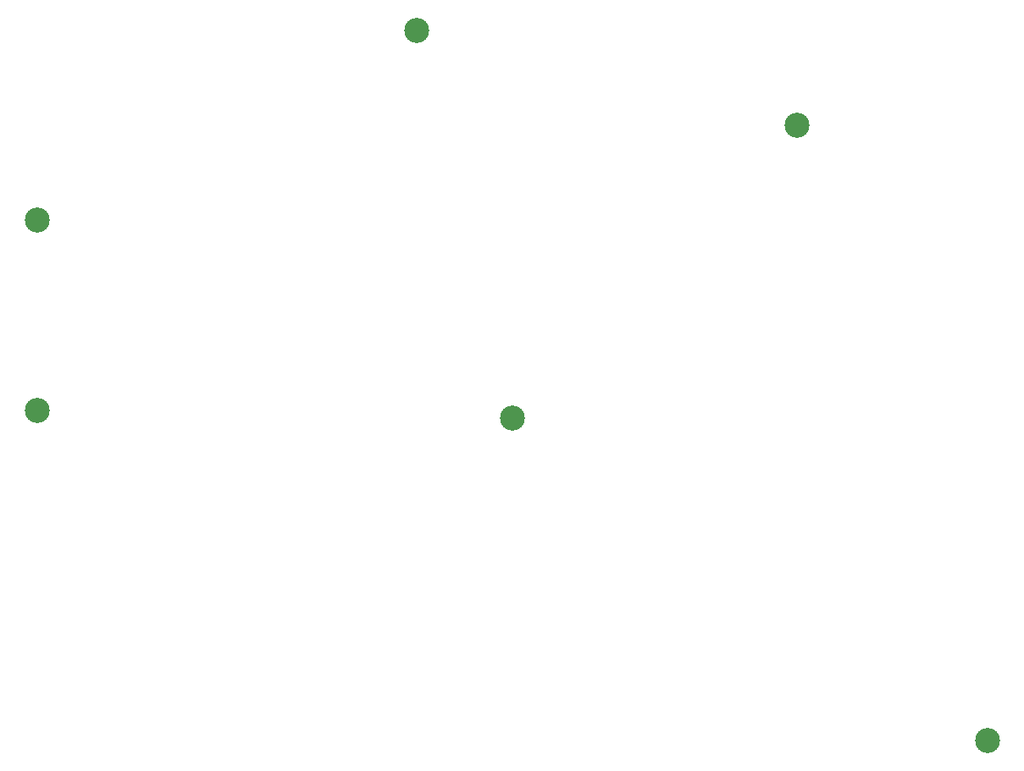
<source format=gbr>
%TF.GenerationSoftware,KiCad,Pcbnew,(6.0.9)*%
%TF.CreationDate,2023-04-16T13:38:52+02:00*%
%TF.ProjectId,iteMX_top,6974654d-585f-4746-9f70-2e6b69636164,v1.0.0*%
%TF.SameCoordinates,Original*%
%TF.FileFunction,Copper,L2,Bot*%
%TF.FilePolarity,Positive*%
%FSLAX46Y46*%
G04 Gerber Fmt 4.6, Leading zero omitted, Abs format (unit mm)*
G04 Created by KiCad (PCBNEW (6.0.9)) date 2023-04-16 13:38:52*
%MOMM*%
%LPD*%
G01*
G04 APERTURE LIST*
%TA.AperFunction,WasherPad*%
%ADD10C,2.500000*%
%TD*%
G04 APERTURE END LIST*
D10*
%TO.P,,*%
%TO.N,*%
X9500000Y10500000D03*
%TD*%
%TO.P,,*%
%TO.N,*%
X9500000Y29500000D03*
%TD*%
%TO.P,,*%
%TO.N,*%
X47500000Y48500000D03*
%TD*%
%TO.P,,*%
%TO.N,*%
X85500000Y39000000D03*
%TD*%
%TO.P,,*%
%TO.N,*%
X104500000Y-22500000D03*
%TD*%
%TO.P,,*%
%TO.N,*%
X57000000Y9750000D03*
%TD*%
M02*

</source>
